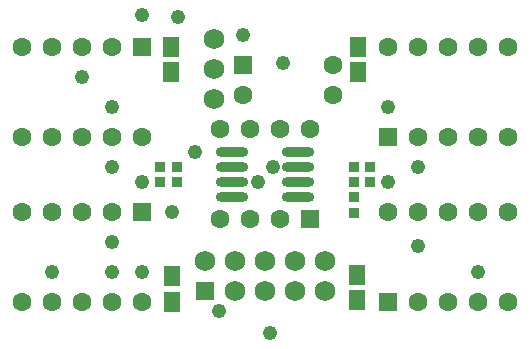
<source format=gts>
*%FSLAX55Y55*%
*%MOMM*%
G01*
%ADD11C,0.02540*%
%ADD12C,0.15240*%
%ADD13C,0.17780*%
%ADD14C,0.18627*%
%ADD15C,0.25400*%
%ADD16C,0.38100*%
%ADD17C,1.01600*%
%ADD18C,1.21920*%
%ADD19C,1.39700*%
%ADD20C,1.52400*%
%ADD21C,1.60020*%
%ADD22C,1.72720*%
%ADD23C,1.77800*%
%ADD24C,2.03200*%
%ADD25O,2.54000X0.60960*%
%ADD26O,2.54000X0.63500*%
%ADD27O,2.74320X0.81280*%
%ADD28O,2.74320X0.83820*%
%ADD29R,0.25400X0.25400*%
%ADD30R,0.25400X0.25400*%
%ADD31R,0.27652X0.27652*%
%ADD32R,0.38100X0.38100*%
%ADD33R,0.38100X0.38100*%
%ADD34R,0.50800X0.50800*%
%ADD35R,0.50800X0.50800*%
%ADD36R,0.63500X0.63500*%
%ADD37R,0.76200X0.76200*%
%ADD38R,0.76200X0.76200*%
%ADD39R,0.76200X0.76200*%
%ADD40R,0.88900X0.88900*%
%ADD41R,0.88900X0.88900*%
%ADD42R,0.93723X0.93723*%
%ADD43R,0.96520X0.96520*%
%ADD44R,0.98497X0.98497*%
%ADD45R,1.01600X1.01600*%
%ADD46R,1.01600X1.01600*%
%ADD47R,1.01600X1.01600*%
%ADD48R,1.14300X1.14300*%
%ADD49R,1.27000X1.27000*%
%ADD50R,1.27000X1.27000*%
%ADD51R,1.27000X1.52400*%
%ADD52R,1.27000X1.27000*%
%ADD53R,1.39700X1.39700*%
%ADD54R,1.39700X1.39700*%
%ADD55R,1.39700X1.39700*%
%ADD56R,1.39700X1.39700*%
%ADD57R,1.47320X1.72720*%
%ADD58R,1.52400X1.52400*%
%ADD59R,1.60020X1.60020*%
%ADD60R,1.65100X1.65100*%
%ADD61R,1.65100X1.65100*%
%ADD62R,2.03200X2.03200*%
%ADD63R,2.54000X2.54000*%
D18*
X25539700Y21259800D02*
D03*
X25323800Y20256500D02*
D03*
X24790400Y20510500D02*
D03*
X24091900Y20383500D02*
D03*
X24345900Y20256500D02*
D03*
X23583900Y19494500D02*
D03*
X26682700Y20383500D02*
D03*
X26428700Y20256500D02*
D03*
X24993600Y19164300D02*
D03*
X27190700Y19494500D02*
D03*
X26682700Y19710400D02*
D03*
X24091900Y20891500D02*
D03*
Y19748500D02*
D03*
X25425400Y18973800D02*
D03*
X24345900Y21666200D02*
D03*
X23837900Y21145500D02*
D03*
X24091900Y19494500D02*
D03*
X25450800Y20383500D02*
D03*
X26428700Y20891500D02*
D03*
X24650700Y21653500D02*
D03*
X25196800Y21501100D02*
D03*
X24345900Y19494500D02*
D03*
X24599900Y20002500D02*
D03*
D21*
X25958800Y20993100D02*
D03*
X25196800D02*
D03*
X27444700Y20637500D02*
D03*
Y21399500D02*
D03*
X26936700D02*
D03*
Y20637500D02*
D03*
X27190700Y21399500D02*
D03*
X26682700Y20637500D02*
D03*
X27190700D02*
D03*
X26428700Y21399500D02*
D03*
X25958800Y21247100D02*
D03*
X26682700Y21399500D02*
D03*
X25006300Y19939000D02*
D03*
X25260300Y20701000D02*
D03*
Y19939000D02*
D03*
X25514300D02*
D03*
X25768300Y20701000D02*
D03*
X25006300D02*
D03*
X25514300D02*
D03*
X26682700Y19240500D02*
D03*
X26936700D02*
D03*
X27190700D02*
D03*
X27444700D02*
D03*
Y20002500D02*
D03*
X27190700D02*
D03*
X26936700D02*
D03*
X26682700D02*
D03*
X26428700D02*
D03*
X24091900D02*
D03*
X23837900D02*
D03*
X23583900D02*
D03*
X23329900D02*
D03*
Y19240500D02*
D03*
X23583900D02*
D03*
X23837900D02*
D03*
X24091900D02*
D03*
X24345900D02*
D03*
Y20637500D02*
D03*
X24091900Y21399500D02*
D03*
Y20637500D02*
D03*
X23583900D02*
D03*
Y21399500D02*
D03*
X23837900Y20637500D02*
D03*
Y21399500D02*
D03*
X23329900Y20637500D02*
D03*
Y21399500D02*
D03*
D22*
X24955500Y21463000D02*
D03*
Y20955000D02*
D03*
Y21209000D02*
D03*
X25133300Y19329400D02*
D03*
X25387300D02*
D03*
X24879300Y19583400D02*
D03*
X25133300D02*
D03*
X25387300D02*
D03*
X25641300D02*
D03*
X25895300D02*
D03*
X25641300Y19329400D02*
D03*
X25895300D02*
D03*
D27*
X25666700Y20510500D02*
D03*
D28*
Y20383500D02*
D03*
Y20256500D02*
D03*
Y20129500D02*
D03*
X25107900D02*
D03*
Y20256500D02*
D03*
Y20383500D02*
D03*
Y20510500D02*
D03*
D43*
X24638000Y20256500D02*
D03*
X24498300D02*
D03*
X24638000Y20383500D02*
D03*
X24498300D02*
D03*
X26276300D02*
D03*
X26136600D02*
D03*
Y19989800D02*
D03*
Y20129500D02*
D03*
X26276300Y20256500D02*
D03*
X26136600D02*
D03*
D57*
X24599900Y19240500D02*
D03*
Y19456400D02*
D03*
X24587200Y21183600D02*
D03*
Y21399500D02*
D03*
X26174700D02*
D03*
Y21183600D02*
D03*
X26162000Y19469100D02*
D03*
Y19253200D02*
D03*
D59*
X25196800Y21247100D02*
D03*
X24879300Y19329400D02*
D03*
X26428700Y20637500D02*
D03*
X25768300Y19939000D02*
D03*
X26428700Y19240500D02*
D03*
X24345900Y20002500D02*
D03*
Y21399500D02*
D03*
M02*

</source>
